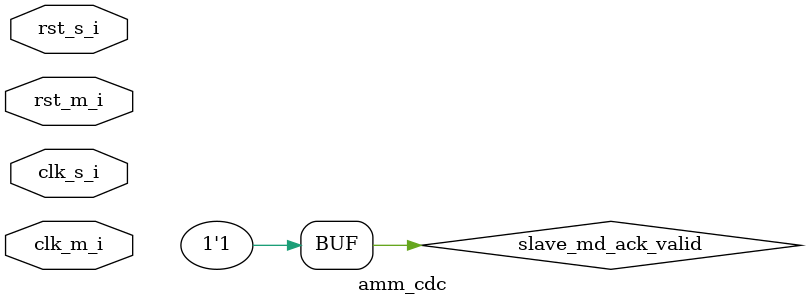
<source format=sv>
module amm_cdc #(
  parameter CDC_W     = 2,
  parameter ADDR_W    = 32,
  parameter DATA_W    = 64,
  parameter BURST_EN  = 0,
  parameter BURST_W   = 0
)(
  input   rst_m_i,
  input   rst_s_i,

  input   clk_m_i,
  input   clk_s_i,

  avalon_mm_if  amm_if_m,
  avalon_mm_if  amm_if_s
);

//******************************************
// Variables declaration
//******************************************

logic waitrequest;

logic master_md_req_valid, master_sd_req_valid;
logic master_md_ack_valid, master_sd_ack_valid;

logic slave_md_req_valid, slave_sd_req_valid;
logic slave_md_ack_valid, slave_sd_ack_valid;

//******************************************
// Module instances
//******************************************

// instance CDC handshake for master write/read requests
cdc_handshake #(
  .CDC_REG_AMOUNT( CDC_W ),
  .PASS_IMMEDIATELY( 0 )
) master_request_cdc_handshake (
  .rst_m_i( rst_m_i             ),
  .rst_s_i( rst_s_i             ),

  .clk_m_i( clk_m_i             ),
  .clk_s_i( clk_s_i             ),

  .m_req_i( master_md_req_valid ),
  .m_ack_o( master_md_ack_valid ),

  .s_ack_i( master_sd_ack_valid ),
  .s_req_o( master_sd_req_valid )
);

assign master_md_req_valid = ( amm_if_m.write || amm_if_m.read );
assign master_sd_ack_valid = ~amm_if_s.waitrequest;

// instances CDC handshake for slave read responses
cdc_handshake #(
  .CDC_REG_AMOUNT( CDC_W ), // +1? to balance delay because of 'readdata' latching
  .PASS_IMMEDIATELY( 0 )
) slave_response_cdc_handshake (
  .rst_m_i( rst_s_i             ),
  .rst_s_i( rst_m_i             ),

  .clk_m_i( clk_s_i             ),
  .clk_s_i( clk_m_i             ),

  .m_req_i( slave_sd_req_valid  ),
  .m_ack_o( slave_sd_ack_valid  ),

  .s_ack_i( slave_md_ack_valid  ),
  .s_req_o( slave_md_req_valid  )
);

assign slave_sd_req_valid = amm_if_s.readdatavalid;
assign slave_md_ack_valid = 1'b1;

//******************************************
// Latch output signals
//******************************************

logic [DATA_W-1:0]  s_readdata;
logic               s_write;
logic               s_read;

always_ff @( posedge clk_s_i )
  if( master_sd_req_valid )
    if( master_sd_ack_valid )
      begin
        amm_if_s.write <= 1'b0;
        amm_if_s.read  <= 1'b0;
      end
    else
      begin
        amm_if_s.write      <= amm_if_m.write;
        amm_if_s.read       <= amm_if_m.read;
        amm_if_s.address    <= amm_if_m.address;
        amm_if_s.byteenable <= amm_if_m.byteenable;
        amm_if_s.burstcount <= amm_if_m.burstcount;
        if( amm_if_m.write )
          amm_if_s.writedata  <= amm_if_m.writedata;
      end
    else
      begin
        amm_if_s.write <= 1'b0;
        amm_if_s.read  <= 1'b0;
      end


always_ff @( posedge clk_s_i )
  if( amm_if_s.readdatavalid )
    s_readdata <= amm_if_s.readdata;

always_ff @( posedge clk_m_i )
  begin
    amm_if_m.readdatavalid <= slave_md_req_valid;
    if( slave_md_req_valid )
      amm_if_m.readdata <= s_readdata;
  end

//****************************************
// Master interface assigns
//****************************************

assign amm_if_m.waitrequest = ~master_md_ack_valid;

//****************************************
// Slave interface assigns
//****************************************

endmodule : amm_cdc


</source>
